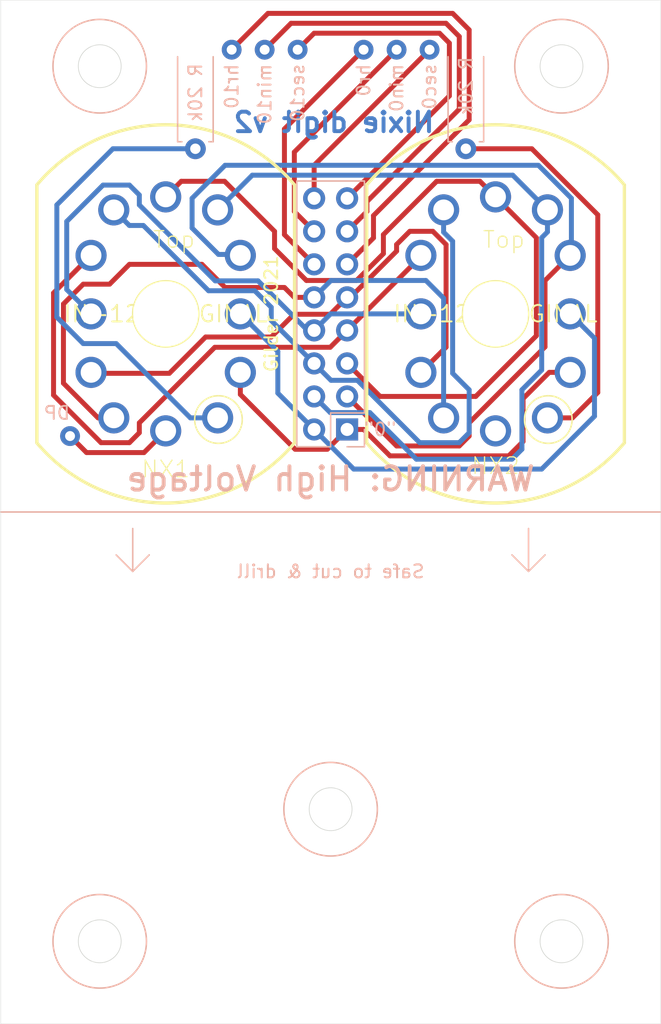
<source format=kicad_pcb>
(kicad_pcb (version 20171130) (host pcbnew "(5.1.0)-1")

  (general
    (thickness 1.6)
    (drawings 27)
    (tracks 193)
    (zones 0)
    (modules 12)
    (nets 21)
  )

  (page A4)
  (layers
    (0 F.Cu signal)
    (31 B.Cu signal)
    (32 B.Adhes user)
    (33 F.Adhes user)
    (34 B.Paste user)
    (35 F.Paste user)
    (36 B.SilkS user)
    (37 F.SilkS user)
    (38 B.Mask user)
    (39 F.Mask user)
    (40 Dwgs.User user)
    (41 Cmts.User user)
    (42 Eco1.User user)
    (43 Eco2.User user)
    (44 Edge.Cuts user)
    (45 Margin user)
    (46 B.CrtYd user)
    (47 F.CrtYd user)
    (48 B.Fab user)
    (49 F.Fab user)
  )

  (setup
    (last_trace_width 0.25)
    (user_trace_width 0.381)
    (trace_clearance 0.2)
    (zone_clearance 0.508)
    (zone_45_only no)
    (trace_min 0.2)
    (via_size 0.8)
    (via_drill 0.4)
    (via_min_size 0.4)
    (via_min_drill 0.3)
    (uvia_size 0.3)
    (uvia_drill 0.1)
    (uvias_allowed no)
    (uvia_min_size 0.2)
    (uvia_min_drill 0.1)
    (edge_width 0.05)
    (segment_width 0.2)
    (pcb_text_width 0.3)
    (pcb_text_size 1.5 1.5)
    (mod_edge_width 0.12)
    (mod_text_size 1 1)
    (mod_text_width 0.15)
    (pad_size 1.524 1.524)
    (pad_drill 0.762)
    (pad_to_mask_clearance 0.051)
    (solder_mask_min_width 0.25)
    (aux_axis_origin 0 0)
    (visible_elements 7FFFFFFF)
    (pcbplotparams
      (layerselection 0x310f0_ffffffff)
      (usegerberextensions false)
      (usegerberattributes false)
      (usegerberadvancedattributes false)
      (creategerberjobfile false)
      (excludeedgelayer true)
      (linewidth 0.100000)
      (plotframeref false)
      (viasonmask false)
      (mode 1)
      (useauxorigin false)
      (hpglpennumber 1)
      (hpglpenspeed 20)
      (hpglpendiameter 15.000000)
      (psnegative false)
      (psa4output false)
      (plotreference true)
      (plotvalue true)
      (plotinvisibletext false)
      (padsonsilk false)
      (subtractmaskfromsilk false)
      (outputformat 1)
      (mirror false)
      (drillshape 0)
      (scaleselection 1)
      (outputdirectory ""))
  )

  (net 0 "")
  (net 1 digit6lsb)
  (net 2 digit5)
  (net 3 digit4)
  (net 4 digit3)
  (net 5 digit2)
  (net 6 digit1msb)
  (net 7 1)
  (net 8 2)
  (net 9 3)
  (net 10 4)
  (net 11 5)
  (net 12 6)
  (net 13 7)
  (net 14 8)
  (net 15 9)
  (net 16 0)
  (net 17 "Net-(NX1-PadLHDP)")
  (net 18 "Net-(NX1-PadA)")
  (net 19 "Net-(NX2-PadLHDP)")
  (net 20 "Net-(NX2-PadA)")

  (net_class Default "This is the default net class."
    (clearance 0.2)
    (trace_width 0.25)
    (via_dia 0.8)
    (via_drill 0.4)
    (uvia_dia 0.3)
    (uvia_drill 0.1)
    (add_net 0)
    (add_net 1)
    (add_net 2)
    (add_net 3)
    (add_net 4)
    (add_net 5)
    (add_net 6)
    (add_net 7)
    (add_net 8)
    (add_net 9)
    (add_net "Net-(NX1-PadA)")
    (add_net "Net-(NX1-PadLHDP)")
    (add_net "Net-(NX2-PadA)")
    (add_net "Net-(NX2-PadLHDP)")
    (add_net digit1msb)
    (add_net digit2)
    (add_net digit3)
    (add_net digit4)
    (add_net digit5)
    (add_net digit6lsb)
  )

  (module Connector_PinHeader_2.54mm:PinHeader_2x08_P2.54mm_Vertical (layer B.Cu) (tedit 615FE8CE) (tstamp 615FE845)
    (at 100.33 118.11)
    (descr "Through hole straight pin header, 2x08, 2.54mm pitch, double rows")
    (tags "Through hole pin header THT 2x08 2.54mm double row")
    (path /6166124A)
    (fp_text reference "\"0\"" (at 5.08 0 -180) (layer B.SilkS)
      (effects (font (size 1 1) (thickness 0.15)) (justify mirror))
    )
    (fp_text value HEADER_16 (at 1.27 -20.11) (layer B.Fab)
      (effects (font (size 1 1) (thickness 0.15)) (justify mirror))
    )
    (fp_line (start 0 1.27) (end 3.81 1.27) (layer B.Fab) (width 0.1))
    (fp_line (start 3.81 1.27) (end 3.81 -19.05) (layer B.Fab) (width 0.1))
    (fp_line (start 3.81 -19.05) (end -1.27 -19.05) (layer B.Fab) (width 0.1))
    (fp_line (start -1.27 -19.05) (end -1.27 0) (layer B.Fab) (width 0.1))
    (fp_line (start -1.27 0) (end 0 1.27) (layer B.Fab) (width 0.1))
    (fp_line (start -1.33 -19.11) (end 3.87 -19.11) (layer B.SilkS) (width 0.12))
    (fp_line (start 3.8735 -1.27) (end 3.8735 -19.11) (layer B.SilkS) (width 0.12))
    (fp_line (start -1.3335 1.3335) (end -1.3335 -19.1065) (layer B.SilkS) (width 0.12))
    (fp_line (start -1.33 1.3335) (end 1.27 1.3335) (layer B.SilkS) (width 0.12))
    (fp_line (start 1.27 -1.27) (end 1.27 1.33) (layer B.SilkS) (width 0.12))
    (fp_line (start 1.27 -1.27) (end 3.87 -1.27) (layer B.SilkS) (width 0.12))
    (fp_line (start 3.8735 0) (end 3.8735 1.33) (layer B.SilkS) (width 0.12))
    (fp_line (start 2.54 1.3335) (end 3.87 1.3335) (layer B.SilkS) (width 0.12))
    (fp_line (start -1.8 1.8) (end -1.8 -19.55) (layer B.CrtYd) (width 0.05))
    (fp_line (start -1.8 -19.55) (end 4.35 -19.55) (layer B.CrtYd) (width 0.05))
    (fp_line (start 4.35 -19.55) (end 4.35 1.8) (layer B.CrtYd) (width 0.05))
    (fp_line (start 4.35 1.8) (end -1.8 1.8) (layer B.CrtYd) (width 0.05))
    (fp_text user %R (at 1.27 -8.89 -90) (layer B.Fab)
      (effects (font (size 1 1) (thickness 0.15)) (justify mirror))
    )
    (pad 3 thru_hole oval (at 0 -2.54) (size 1.7 1.7) (drill 1) (layers *.Cu *.Mask)
      (net 13 7))
    (pad 4 thru_hole oval (at 2.54 -2.54) (size 1.7 1.7) (drill 1) (layers *.Cu *.Mask)
      (net 14 8))
    (pad 5 thru_hole oval (at 0 -5.08) (size 1.7 1.7) (drill 1) (layers *.Cu *.Mask)
      (net 11 5))
    (pad 6 thru_hole oval (at 2.54 -5.08) (size 1.7 1.7) (drill 1) (layers *.Cu *.Mask)
      (net 12 6))
    (pad 7 thru_hole oval (at 0 -7.62) (size 1.7 1.7) (drill 1) (layers *.Cu *.Mask)
      (net 9 3))
    (pad 8 thru_hole oval (at 2.54 -7.62) (size 1.7 1.7) (drill 1) (layers *.Cu *.Mask)
      (net 10 4))
    (pad 9 thru_hole oval (at 0 -10.16) (size 1.7 1.7) (drill 1) (layers *.Cu *.Mask)
      (net 7 1))
    (pad 10 thru_hole oval (at 2.54 -10.16) (size 1.7 1.7) (drill 1) (layers *.Cu *.Mask)
      (net 8 2))
    (pad 11 thru_hole oval (at 0 -12.7) (size 1.7 1.7) (drill 1) (layers *.Cu *.Mask)
      (net 5 digit2))
    (pad 12 thru_hole oval (at 2.54 -12.7) (size 1.7 1.7) (drill 1) (layers *.Cu *.Mask)
      (net 6 digit1msb))
    (pad 13 thru_hole oval (at 0 -15.24) (size 1.7 1.7) (drill 1) (layers *.Cu *.Mask)
      (net 3 digit4))
    (pad 14 thru_hole oval (at 2.54 -15.24) (size 1.7 1.7) (drill 1) (layers *.Cu *.Mask)
      (net 4 digit3))
    (pad 15 thru_hole oval (at 0 -17.78) (size 1.7 1.7) (drill 1) (layers *.Cu *.Mask)
      (net 1 digit6lsb))
    (pad 16 thru_hole oval (at 2.54 -17.78) (size 1.7 1.7) (drill 1) (layers *.Cu *.Mask)
      (net 2 digit5))
    (pad 2 thru_hole rect (at 2.54 0) (size 1.7 1.7) (drill 1) (layers *.Cu *.Mask)
      (net 16 0))
    (pad 1 thru_hole oval (at 0 0) (size 1.7 1.7) (drill 1) (layers *.Cu *.Mask)
      (net 15 9))
    (model ${KISYS3DMOD}/Connector_PinHeader_2.54mm.3dshapes/PinHeader_2x08_P2.54mm_Vertical.wrl
      (at (xyz 0 0 0))
      (scale (xyz 1 1 1))
      (rotate (xyz 0 0 0))
    )
  )

  (module nixies-us:nixies-us-IN-12-DSUB (layer F.Cu) (tedit 200000) (tstamp 615FDB76)
    (at 114.3 109.22)
    (descr "FOR USE WITH FEMALE D-SUB PINS")
    (tags "FOR USE WITH FEMALE D-SUB PINS")
    (path /610F3D1A)
    (attr virtual)
    (fp_text reference NX2 (at 0 11.684 180) (layer F.SilkS)
      (effects (font (size 1.27 1.27) (thickness 0.1016)))
    )
    (fp_text value IN-12BORIGINAL (at 0 0) (layer F.SilkS)
      (effects (font (size 1.27 1.27) (thickness 0.15)))
    )
    (fp_line (start 9.92124 -9.92124) (end 9.92124 9.92124) (layer F.SilkS) (width 0.254))
    (fp_line (start -9.92124 9.92124) (end -9.92124 -9.92124) (layer F.SilkS) (width 0.254))
    (fp_circle (center 0 0) (end 0 -2.54) (layer F.SilkS) (width 0.127))
    (fp_arc (start 0 1.59512) (end 9.92124 9.92124) (angle 100) (layer F.SilkS) (width 0.254))
    (fp_arc (start 0 -1.59512) (end -9.92124 -9.92124) (angle 100) (layer F.SilkS) (width 0.254))
    (fp_text user " " (at 0.635 5.715) (layer F.SilkS)
      (effects (font (size 1.27 1.27) (thickness 0.1016)))
    )
    (fp_text user Top (at 0.635 -5.715) (layer F.SilkS)
      (effects (font (size 1.27 1.27) (thickness 0.1016)))
    )
    (pad 0 thru_hole circle (at 5.74802 4.49834) (size 2.39776 2.39776) (drill 1.59766) (layers *.Cu *.Mask)
      (net 16 0))
    (pad 1 thru_hole circle (at -3.99796 7.99846) (size 2.39776 2.39776) (drill 1.59766) (layers *.Cu *.Mask)
      (net 7 1))
    (pad 2 thru_hole circle (at -5.74802 4.49834) (size 2.39776 2.39776) (drill 1.59766) (layers *.Cu *.Mask)
      (net 8 2))
    (pad 3 thru_hole circle (at -5.74802 0) (size 2.39776 2.39776) (drill 1.59766) (layers *.Cu *.Mask)
      (net 9 3))
    (pad 4 thru_hole circle (at -5.74802 -4.49834) (size 2.39776 2.39776) (drill 1.59766) (layers *.Cu *.Mask)
      (net 10 4))
    (pad 5 thru_hole circle (at -3.99796 -7.99846) (size 2.39776 2.39776) (drill 1.59766) (layers *.Cu *.Mask)
      (net 11 5))
    (pad 6 thru_hole circle (at 0 -8.99922) (size 2.39776 2.39776) (drill 1.59766) (layers *.Cu *.Mask)
      (net 12 6))
    (pad 7 thru_hole circle (at 3.99796 -7.99846) (size 2.39776 2.39776) (drill 1.59766) (layers *.Cu *.Mask)
      (net 13 7))
    (pad 8 thru_hole circle (at 5.74802 -4.49834) (size 2.39776 2.39776) (drill 1.59766) (layers *.Cu *.Mask)
      (net 14 8))
    (pad 9 thru_hole circle (at 5.74802 0) (size 2.39776 2.39776) (drill 1.59766) (layers *.Cu *.Mask)
      (net 15 9))
    (pad A thru_hole circle (at 3.99796 7.99846) (size 2.39776 2.39776) (drill 1.59766) (layers *.Cu *.Mask)
      (net 20 "Net-(NX2-PadA)"))
    (pad LHDP thru_hole circle (at 0 8.99922) (size 2.39776 2.39776) (drill 1.59766) (layers *.Cu *.Mask)
      (net 19 "Net-(NX2-PadLHDP)"))
    (pad "" np_thru_hole circle (at 0 0) (size 4.99872 4.99872) (drill 4.99872) (layers *.Cu *.Mask))
  )

  (module nixies-us:nixies-us-IN-12-DSUB (layer F.Cu) (tedit 200000) (tstamp 6110E3EA)
    (at 88.9 109.22)
    (descr "FOR USE WITH FEMALE D-SUB PINS")
    (tags "FOR USE WITH FEMALE D-SUB PINS")
    (path /610F3540)
    (attr virtual)
    (fp_text reference NX1 (at 0 11.938 180) (layer F.SilkS)
      (effects (font (size 1.27 1.27) (thickness 0.1016)))
    )
    (fp_text value IN-12BORIGINAL (at 0 0) (layer F.SilkS)
      (effects (font (size 1.27 1.27) (thickness 0.15)))
    )
    (fp_line (start 9.92124 -9.92124) (end 9.92124 9.92124) (layer F.SilkS) (width 0.254))
    (fp_line (start -9.92124 9.92124) (end -9.92124 -9.92124) (layer F.SilkS) (width 0.254))
    (fp_circle (center 0 0) (end 0 -2.54) (layer F.SilkS) (width 0.127))
    (fp_arc (start 0 1.59512) (end 9.92124 9.92124) (angle 100) (layer F.SilkS) (width 0.254))
    (fp_arc (start 0 -1.59512) (end -9.92124 -9.92124) (angle 100) (layer F.SilkS) (width 0.254))
    (fp_text user " " (at 0.635 5.715) (layer F.SilkS)
      (effects (font (size 1.27 1.27) (thickness 0.1016)))
    )
    (fp_text user Top (at 0.635 -5.715) (layer F.SilkS)
      (effects (font (size 1.27 1.27) (thickness 0.1016)))
    )
    (pad 0 thru_hole circle (at 5.74802 4.49834) (size 2.39776 2.39776) (drill 1.59766) (layers *.Cu *.Mask)
      (net 16 0))
    (pad 1 thru_hole circle (at -3.99796 7.99846) (size 2.39776 2.39776) (drill 1.59766) (layers *.Cu *.Mask)
      (net 7 1))
    (pad 2 thru_hole circle (at -5.74802 4.49834) (size 2.39776 2.39776) (drill 1.59766) (layers *.Cu *.Mask)
      (net 8 2))
    (pad 3 thru_hole circle (at -5.74802 0) (size 2.39776 2.39776) (drill 1.59766) (layers *.Cu *.Mask)
      (net 9 3))
    (pad 4 thru_hole circle (at -5.74802 -4.49834) (size 2.39776 2.39776) (drill 1.59766) (layers *.Cu *.Mask)
      (net 10 4))
    (pad 5 thru_hole circle (at -3.99796 -7.99846) (size 2.39776 2.39776) (drill 1.59766) (layers *.Cu *.Mask)
      (net 11 5))
    (pad 6 thru_hole circle (at 0 -8.99922) (size 2.39776 2.39776) (drill 1.59766) (layers *.Cu *.Mask)
      (net 12 6))
    (pad 7 thru_hole circle (at 3.99796 -7.99846) (size 2.39776 2.39776) (drill 1.59766) (layers *.Cu *.Mask)
      (net 13 7))
    (pad 8 thru_hole circle (at 5.74802 -4.49834) (size 2.39776 2.39776) (drill 1.59766) (layers *.Cu *.Mask)
      (net 14 8))
    (pad 9 thru_hole circle (at 5.74802 0) (size 2.39776 2.39776) (drill 1.59766) (layers *.Cu *.Mask)
      (net 15 9))
    (pad A thru_hole circle (at 3.99796 7.99846) (size 2.39776 2.39776) (drill 1.59766) (layers *.Cu *.Mask)
      (net 18 "Net-(NX1-PadA)"))
    (pad LHDP thru_hole circle (at 0 8.99922) (size 2.39776 2.39776) (drill 1.59766) (layers *.Cu *.Mask)
      (net 17 "Net-(NX1-PadLHDP)"))
    (pad "" np_thru_hole circle (at 0 0) (size 4.99872 4.99872) (drill 4.99872) (layers *.Cu *.Mask))
  )

  (module customPartsLibrary:Single_pad-1x1 (layer F.Cu) (tedit 5C9FEC1A) (tstamp 61110959)
    (at 81.534 118.618)
    (path /61696992)
    (fp_text reference DP (at -1.016 -1.778) (layer B.SilkS)
      (effects (font (size 1 1) (thickness 0.15)) (justify mirror))
    )
    (fp_text value HEADER_1 (at 0 2.286) (layer F.Fab)
      (effects (font (size 1 1) (thickness 0.15)))
    )
    (pad 1 thru_hole circle (at 0 0) (size 1.524 1.524) (drill 0.762) (layers *.Cu *.Mask)
      (net 17 "Net-(NX1-PadLHDP)"))
  )

  (module Resistor_THT:R_Axial_DIN0207_L6.3mm_D2.5mm_P7.62mm_Horizontal (layer B.Cu) (tedit 610F73CA) (tstamp 615FD223)
    (at 112.014 88.9 270)
    (descr "Resistor, Axial_DIN0207 series, Axial, Horizontal, pin pitch=7.62mm, 0.25W = 1/4W, length*diameter=6.3*2.5mm^2, http://cdn-reichelt.de/documents/datenblatt/B400/1_4W%23YAG.pdf")
    (tags "Resistor Axial_DIN0207 series Axial Horizontal pin pitch 7.62mm 0.25W = 1/4W length 6.3mm diameter 2.5mm")
    (path /61113E51)
    (fp_text reference "R 20k" (at 2.794 0 90) (layer B.SilkS)
      (effects (font (size 1 1) (thickness 0.15)) (justify mirror))
    )
    (fp_text value 20k (at 3.81 -2.37 270) (layer B.Fab)
      (effects (font (size 1 1) (thickness 0.15)) (justify mirror))
    )
    (fp_line (start 0.66 1.25) (end 0.66 -1.25) (layer B.Fab) (width 0.1))
    (fp_line (start 0.66 -1.25) (end 6.96 -1.25) (layer B.Fab) (width 0.1))
    (fp_line (start 6.96 -1.25) (end 6.96 1.25) (layer B.Fab) (width 0.1))
    (fp_line (start 6.96 1.25) (end 0.66 1.25) (layer B.Fab) (width 0.1))
    (fp_line (start 7.62 0) (end 6.96 0) (layer B.Fab) (width 0.1))
    (fp_line (start 0.54 1.37) (end 7.08 1.37) (layer B.SilkS) (width 0.12))
    (fp_line (start 7.08 1.37) (end 7.08 1.04) (layer B.SilkS) (width 0.12))
    (fp_line (start 0.54 -1.37) (end 7.08 -1.37) (layer B.SilkS) (width 0.12))
    (fp_line (start 7.08 -1.37) (end 7.08 -1.04) (layer B.SilkS) (width 0.12))
    (fp_line (start -1.05 1.5) (end -1.05 -1.5) (layer B.CrtYd) (width 0.05))
    (fp_line (start -1.05 -1.5) (end 8.67 -1.5) (layer B.CrtYd) (width 0.05))
    (fp_line (start 8.67 -1.5) (end 8.67 1.5) (layer B.CrtYd) (width 0.05))
    (fp_line (start 8.67 1.5) (end -1.05 1.5) (layer B.CrtYd) (width 0.05))
    (fp_text user %R (at 3.81 0 270) (layer B.Fab)
      (effects (font (size 1 1) (thickness 0.15)) (justify mirror))
    )
    (pad 2 thru_hole oval (at 7.62 0 270) (size 1.6 1.6) (drill 0.8) (layers *.Cu *.Mask)
      (net 20 "Net-(NX2-PadA)"))
    (model ${KISYS3DMOD}/Resistor_THT.3dshapes/R_Axial_DIN0207_L6.3mm_D2.5mm_P7.62mm_Horizontal.wrl
      (at (xyz 0 0 0))
      (scale (xyz 1 1 1))
      (rotate (xyz 0 0 0))
    )
  )

  (module Resistor_THT:R_Axial_DIN0207_L6.3mm_D2.5mm_P7.62mm_Horizontal (layer B.Cu) (tedit 610F73B8) (tstamp 615FD1ED)
    (at 91.186 88.9 270)
    (descr "Resistor, Axial_DIN0207 series, Axial, Horizontal, pin pitch=7.62mm, 0.25W = 1/4W, length*diameter=6.3*2.5mm^2, http://cdn-reichelt.de/documents/datenblatt/B400/1_4W%23YAG.pdf")
    (tags "Resistor Axial_DIN0207 series Axial Horizontal pin pitch 7.62mm 0.25W = 1/4W length 6.3mm diameter 2.5mm")
    (path /610F2AD5)
    (fp_text reference "R 20k" (at 3.302 0 270) (layer B.SilkS)
      (effects (font (size 1 1) (thickness 0.15)) (justify mirror))
    )
    (fp_text value 20k (at 3.81 -2.37 270) (layer B.Fab)
      (effects (font (size 1 1) (thickness 0.15)) (justify mirror))
    )
    (fp_line (start 0.66 1.25) (end 0.66 -1.25) (layer B.Fab) (width 0.1))
    (fp_line (start 0.66 -1.25) (end 6.96 -1.25) (layer B.Fab) (width 0.1))
    (fp_line (start 6.96 -1.25) (end 6.96 1.25) (layer B.Fab) (width 0.1))
    (fp_line (start 6.96 1.25) (end 0.66 1.25) (layer B.Fab) (width 0.1))
    (fp_line (start 7.62 0) (end 6.96 0) (layer B.Fab) (width 0.1))
    (fp_line (start 0.54 1.37) (end 7.08 1.37) (layer B.SilkS) (width 0.12))
    (fp_line (start 7.08 1.37) (end 7.08 1.04) (layer B.SilkS) (width 0.12))
    (fp_line (start 0.54 -1.37) (end 7.08 -1.37) (layer B.SilkS) (width 0.12))
    (fp_line (start 7.08 -1.37) (end 7.08 -1.04) (layer B.SilkS) (width 0.12))
    (fp_line (start -1.05 1.5) (end -1.05 -1.5) (layer B.CrtYd) (width 0.05))
    (fp_line (start -1.05 -1.5) (end 8.67 -1.5) (layer B.CrtYd) (width 0.05))
    (fp_line (start 8.67 -1.5) (end 8.67 1.5) (layer B.CrtYd) (width 0.05))
    (fp_line (start 8.67 1.5) (end -1.05 1.5) (layer B.CrtYd) (width 0.05))
    (fp_text user %R (at 3.81 0 270) (layer B.Fab)
      (effects (font (size 1 1) (thickness 0.15)) (justify mirror))
    )
    (pad 2 thru_hole oval (at 7.62 0 270) (size 1.6 1.6) (drill 0.8) (layers *.Cu *.Mask)
      (net 18 "Net-(NX1-PadA)"))
    (model ${KISYS3DMOD}/Resistor_THT.3dshapes/R_Axial_DIN0207_L6.3mm_D2.5mm_P7.62mm_Horizontal.wrl
      (at (xyz 0 0 0))
      (scale (xyz 1 1 1))
      (rotate (xyz 0 0 0))
    )
  )

  (module customPartsLibrary:Single_pad-1x1 (layer B.Cu) (tedit 5C9FEC1A) (tstamp 615FD1AF)
    (at 109.22 88.9)
    (path /61667A88)
    (fp_text reference sec0 (at 0 1.016 90) (layer B.SilkS)
      (effects (font (size 1 1) (thickness 0.15)) (justify left mirror))
    )
    (fp_text value HEADER_1 (at 0 -2.286) (layer B.Fab)
      (effects (font (size 1 1) (thickness 0.15)) (justify mirror))
    )
    (pad 1 thru_hole circle (at 0 0) (size 1.524 1.524) (drill 0.762) (layers *.Cu *.Mask)
      (net 1 digit6lsb))
  )

  (module customPartsLibrary:Single_pad-1x1 (layer B.Cu) (tedit 5C9FEC1A) (tstamp 615FD257)
    (at 99.06 88.9)
    (path /61667A7E)
    (fp_text reference sec10 (at 0 1.016 90) (layer B.SilkS)
      (effects (font (size 1 1) (thickness 0.15)) (justify left mirror))
    )
    (fp_text value HEADER_1 (at 0 -2.286) (layer B.Fab)
      (effects (font (size 1 1) (thickness 0.15)) (justify mirror))
    )
    (pad 1 thru_hole circle (at 0 0) (size 1.524 1.524) (drill 0.762) (layers *.Cu *.Mask)
      (net 2 digit5))
  )

  (module customPartsLibrary:Single_pad-1x1 (layer B.Cu) (tedit 5C9FEC1A) (tstamp 615FD1BB)
    (at 106.68 88.9)
    (path /61666A78)
    (fp_text reference min0 (at 0 1.016 90) (layer B.SilkS)
      (effects (font (size 1 1) (thickness 0.15)) (justify left mirror))
    )
    (fp_text value HEADER_1 (at 0 -2.286) (layer B.Fab)
      (effects (font (size 1 1) (thickness 0.15)) (justify mirror))
    )
    (pad 1 thru_hole circle (at 0 0) (size 1.524 1.524) (drill 0.762) (layers *.Cu *.Mask)
      (net 3 digit4))
  )

  (module customPartsLibrary:Single_pad-1x1 (layer B.Cu) (tedit 5C9FEC1A) (tstamp 615FD1C7)
    (at 96.52 88.9)
    (path /616638CE)
    (fp_text reference min10 (at 0 1.016 90) (layer B.SilkS)
      (effects (font (size 1 1) (thickness 0.15)) (justify left mirror))
    )
    (fp_text value HEADER_1 (at 0 -2.286) (layer B.Fab)
      (effects (font (size 1 1) (thickness 0.15)) (justify mirror))
    )
    (pad 1 thru_hole circle (at 0 0) (size 1.524 1.524) (drill 0.762) (layers *.Cu *.Mask)
      (net 4 digit3))
  )

  (module customPartsLibrary:Single_pad-1x1 (layer B.Cu) (tedit 5C9FEC1A) (tstamp 615FD24B)
    (at 104.14 88.9)
    (path /6166A211)
    (fp_text reference hr0 (at 0 1.016 90) (layer B.SilkS)
      (effects (font (size 1 1) (thickness 0.15)) (justify left mirror))
    )
    (fp_text value HEADER_1 (at 0 -2.286) (layer B.Fab)
      (effects (font (size 1 1) (thickness 0.15)) (justify mirror))
    )
    (pad 1 thru_hole circle (at 0 0) (size 1.524 1.524) (drill 0.762) (layers *.Cu *.Mask)
      (net 5 digit2))
  )

  (module customPartsLibrary:Single_pad-1x1 (layer F.Cu) (tedit 5C9FEC1A) (tstamp 615FD1D3)
    (at 93.98 88.9)
    (path /6166A207)
    (fp_text reference hr10 (at 0 1.016 90) (layer B.SilkS)
      (effects (font (size 1 1) (thickness 0.15)) (justify left mirror))
    )
    (fp_text value HEADER_1 (at 0 2.286) (layer F.Fab)
      (effects (font (size 1 1) (thickness 0.15)))
    )
    (pad 1 thru_hole circle (at 0 0) (size 1.524 1.524) (drill 0.762) (layers *.Cu *.Mask)
      (net 6 digit1msb))
  )

  (gr_circle (center 119.38 90.17) (end 121.03 90.17) (layer Edge.Cuts) (width 0.05) (tstamp 61601434))
  (gr_circle (center 83.82 90.17) (end 87.42 90.17) (layer B.SilkS) (width 0.12) (tstamp 61601433))
  (gr_circle (center 83.82 90.17) (end 85.47 90.17) (layer Edge.Cuts) (width 0.05) (tstamp 61601432))
  (gr_circle (center 119.38 90.17) (end 122.98 90.17) (layer B.SilkS) (width 0.12) (tstamp 61601431))
  (gr_line (start 127 124.46) (end 76.2 124.46) (layer B.SilkS) (width 0.12))
  (gr_line (start 86.36 125.73) (end 86.36 129.032) (layer B.SilkS) (width 0.12) (tstamp 611106B5))
  (gr_line (start 116.84 125.73) (end 116.84 129.032) (layer B.SilkS) (width 0.12))
  (gr_line (start 86.36 129.032) (end 85.09 127.762) (layer B.SilkS) (width 0.12) (tstamp 611106B7))
  (gr_line (start 87.63 127.762) (end 86.36 129.032) (layer B.SilkS) (width 0.12) (tstamp 611106B6))
  (gr_line (start 118.11 127.762) (end 116.84 129.032) (layer B.SilkS) (width 0.12) (tstamp 611106B4))
  (gr_line (start 116.84 129.032) (end 115.57 127.762) (layer B.SilkS) (width 0.12))
  (gr_text "Nixie digit v2" (at 101.854 94.488) (layer B.Cu)
    (effects (font (size 1.5 1.5) (thickness 0.3)) (justify mirror))
  )
  (gr_text "Safe to cut & drill" (at 101.6 129.032) (layer B.SilkS)
    (effects (font (size 1 1) (thickness 0.15)) (justify mirror))
  )
  (gr_circle (center 101.6 147.32) (end 103.25 147.32) (layer Edge.Cuts) (width 0.05) (tstamp 61110720))
  (gr_circle (center 101.6 147.32) (end 105.2 147.32) (layer B.SilkS) (width 0.12) (tstamp 6111071F))
  (gr_circle (center 83.82 157.48) (end 85.47 157.48) (layer Edge.Cuts) (width 0.05) (tstamp 61110720))
  (gr_circle (center 83.82 157.48) (end 87.42 157.48) (layer B.SilkS) (width 0.12) (tstamp 6111071F))
  (gr_circle (center 119.38 157.48) (end 121.03 157.48) (layer Edge.Cuts) (width 0.05) (tstamp 61110720))
  (gr_circle (center 119.38 157.48) (end 122.98 157.48) (layer B.SilkS) (width 0.12) (tstamp 6111071F))
  (gr_text "Gilder 2021" (at 97.028 109.22 90) (layer F.SilkS)
    (effects (font (size 1 1) (thickness 0.15)))
  )
  (gr_text "WARNING: High Voltage" (at 101.6 121.92) (layer B.SilkS)
    (effects (font (size 1.8 1.8) (thickness 0.3)) (justify mirror))
  )
  (gr_circle (center 92.964 117.348) (end 93.98 118.872) (layer F.SilkS) (width 0.12))
  (gr_circle (center 118.364 117.348) (end 119.38 118.872) (layer F.SilkS) (width 0.12))
  (gr_line (start 127 85.09) (end 127 163.83) (layer Edge.Cuts) (width 0.0254) (tstamp 6110EAE1))
  (gr_line (start 76.2 85.09) (end 127 85.09) (layer Edge.Cuts) (width 0.0254))
  (gr_line (start 76.2 163.83) (end 76.2 85.09) (layer Edge.Cuts) (width 0.0254))
  (gr_line (start 76.2 163.83) (end 127 163.83) (layer Edge.Cuts) (width 0.0254) (tstamp 6111068D))

  (segment (start 100.33 97.79) (end 109.22 88.9) (width 0.381) (layer F.Cu) (net 1))
  (segment (start 100.33 100.33) (end 100.33 97.79) (width 0.381) (layer F.Cu) (net 1))
  (segment (start 99.821999 88.138001) (end 99.06 88.9) (width 0.381) (layer F.Cu) (net 2))
  (segment (start 100.33 87.63) (end 99.821999 88.138001) (width 0.381) (layer F.Cu) (net 2))
  (segment (start 109.982 87.63) (end 100.33 87.63) (width 0.381) (layer F.Cu) (net 2))
  (segment (start 110.744 88.392) (end 109.982 87.63) (width 0.381) (layer F.Cu) (net 2))
  (segment (start 102.87 100.33) (end 110.744 92.456) (width 0.381) (layer F.Cu) (net 2))
  (segment (start 110.744 92.456) (end 110.744 88.392) (width 0.381) (layer F.Cu) (net 2))
  (segment (start 105.918001 89.661999) (end 106.68 88.9) (width 0.381) (layer F.Cu) (net 3))
  (segment (start 98.806 96.774) (end 105.918001 89.661999) (width 0.381) (layer F.Cu) (net 3))
  (segment (start 100.33 102.87) (end 98.806 101.346) (width 0.381) (layer F.Cu) (net 3))
  (segment (start 98.806 101.346) (end 98.806 96.774) (width 0.381) (layer F.Cu) (net 3))
  (segment (start 96.52 88.9) (end 96.52 88.392) (width 0.381) (layer F.Cu) (net 4) (tstamp 615FD260))
  (segment (start 104.394 101.346) (end 102.87 102.87) (width 0.381) (layer F.Cu) (net 4))
  (segment (start 98.552 86.868) (end 110.49 86.868) (width 0.381) (layer F.Cu) (net 4))
  (segment (start 96.52 88.9) (end 98.552 86.868) (width 0.381) (layer F.Cu) (net 4))
  (segment (start 110.49 86.868) (end 111.506 87.884) (width 0.381) (layer F.Cu) (net 4))
  (segment (start 111.506 87.884) (end 111.506 93.472) (width 0.381) (layer F.Cu) (net 4))
  (segment (start 111.506 93.472) (end 104.394 100.584) (width 0.381) (layer F.Cu) (net 4))
  (segment (start 104.394 100.584) (end 104.394 101.346) (width 0.381) (layer F.Cu) (net 4))
  (segment (start 103.378001 89.661999) (end 104.14 88.9) (width 0.381) (layer F.Cu) (net 5))
  (segment (start 98.044 94.996) (end 103.378001 89.661999) (width 0.381) (layer F.Cu) (net 5))
  (segment (start 100.33 105.41) (end 98.044 103.124) (width 0.381) (layer F.Cu) (net 5))
  (segment (start 98.044 103.124) (end 98.044 94.996) (width 0.381) (layer F.Cu) (net 5))
  (segment (start 94.741999 88.138001) (end 93.98 88.9) (width 0.381) (layer F.Cu) (net 6))
  (segment (start 96.774 86.106) (end 94.741999 88.138001) (width 0.381) (layer F.Cu) (net 6))
  (segment (start 104.902 103.378) (end 104.902 101.659673) (width 0.381) (layer F.Cu) (net 6))
  (segment (start 102.87 105.41) (end 104.902 103.378) (width 0.381) (layer F.Cu) (net 6))
  (segment (start 104.902 101.659673) (end 112.268 94.293673) (width 0.381) (layer F.Cu) (net 6))
  (segment (start 112.268 94.293673) (end 112.268 87.376) (width 0.381) (layer F.Cu) (net 6))
  (segment (start 112.268 87.376) (end 110.998 86.106) (width 0.381) (layer F.Cu) (net 6))
  (segment (start 110.998 86.106) (end 96.774 86.106) (width 0.381) (layer F.Cu) (net 6))
  (segment (start 84.582 106.934) (end 82.55 106.934) (width 0.381) (layer F.Cu) (net 7))
  (segment (start 81.026 108.458) (end 81.026 114.554) (width 0.381) (layer F.Cu) (net 7))
  (segment (start 81.026 114.554) (end 83.69046 117.21846) (width 0.381) (layer F.Cu) (net 7))
  (segment (start 91.694 105.41) (end 86.106 105.41) (width 0.381) (layer F.Cu) (net 7))
  (segment (start 100.33 107.95) (end 98.806 107.95) (width 0.381) (layer F.Cu) (net 7))
  (segment (start 83.69046 117.21846) (end 84.90204 117.21846) (width 0.381) (layer F.Cu) (net 7))
  (segment (start 93.472 107.188) (end 91.694 105.41) (width 0.381) (layer F.Cu) (net 7))
  (segment (start 82.55 106.934) (end 81.026 108.458) (width 0.381) (layer F.Cu) (net 7))
  (segment (start 98.044 107.188) (end 93.472 107.188) (width 0.381) (layer F.Cu) (net 7))
  (segment (start 86.106 105.41) (end 84.582 106.934) (width 0.381) (layer F.Cu) (net 7))
  (segment (start 98.806 107.95) (end 98.044 107.188) (width 0.381) (layer F.Cu) (net 7))
  (segment (start 110.30204 108.01604) (end 110.30204 115.522988) (width 0.381) (layer B.Cu) (net 7))
  (segment (start 101.629499 106.650501) (end 108.936501 106.650501) (width 0.381) (layer B.Cu) (net 7))
  (segment (start 100.33 107.95) (end 101.629499 106.650501) (width 0.381) (layer B.Cu) (net 7))
  (segment (start 108.936501 106.650501) (end 110.30204 108.01604) (width 0.381) (layer B.Cu) (net 7))
  (segment (start 110.30204 115.522988) (end 110.30204 117.21846) (width 0.381) (layer B.Cu) (net 7))
  (segment (start 110.30204 117.21846) (end 110.36554 117.21846) (width 0.381) (layer B.Cu) (net 7))
  (segment (start 100.33 107.95) (end 100.584 107.95) (width 0.381) (layer B.Cu) (net 7))
  (segment (start 101.570501 109.249499) (end 98.776501 109.249499) (width 0.381) (layer F.Cu) (net 8))
  (segment (start 97.028 110.998) (end 91.974244 110.998) (width 0.381) (layer F.Cu) (net 8))
  (segment (start 89.180244 113.792) (end 83.22564 113.792) (width 0.381) (layer F.Cu) (net 8))
  (segment (start 102.87 107.95) (end 101.570501 109.249499) (width 0.381) (layer F.Cu) (net 8))
  (segment (start 83.22564 113.792) (end 83.15198 113.71834) (width 0.381) (layer F.Cu) (net 8))
  (segment (start 91.974244 110.998) (end 89.180244 113.792) (width 0.381) (layer F.Cu) (net 8))
  (segment (start 98.776501 109.249499) (end 97.028 110.998) (width 0.381) (layer F.Cu) (net 8))
  (segment (start 102.87 107.95) (end 103.124 107.95) (width 0.381) (layer F.Cu) (net 8))
  (segment (start 106.68 104.394) (end 106.68 103.886) (width 0.381) (layer F.Cu) (net 8))
  (segment (start 103.124 107.95) (end 106.68 104.394) (width 0.381) (layer F.Cu) (net 8))
  (segment (start 106.68 103.886) (end 107.696 102.87) (width 0.381) (layer F.Cu) (net 8))
  (segment (start 108.55198 113.71834) (end 108.53166 113.71834) (width 0.381) (layer F.Cu) (net 8))
  (segment (start 110.49 103.886) (end 110.49 111.78032) (width 0.381) (layer F.Cu) (net 8))
  (segment (start 107.696 102.87) (end 109.474 102.87) (width 0.381) (layer F.Cu) (net 8))
  (segment (start 109.474 102.87) (end 110.49 103.886) (width 0.381) (layer F.Cu) (net 8))
  (segment (start 109.750859 112.519461) (end 108.55198 113.71834) (width 0.381) (layer F.Cu) (net 8))
  (segment (start 110.49 111.78032) (end 109.750859 112.519461) (width 0.381) (layer F.Cu) (net 8))
  (segment (start 100.33 110.49) (end 101.6 109.22) (width 0.381) (layer B.Cu) (net 9))
  (segment (start 101.6 109.22) (end 108.55198 109.22) (width 0.381) (layer B.Cu) (net 9))
  (segment (start 86.106 99.314) (end 84.074 99.314) (width 0.381) (layer B.Cu) (net 9))
  (segment (start 81.953101 108.021121) (end 83.15198 109.22) (width 0.381) (layer B.Cu) (net 9))
  (segment (start 86.868 100.838) (end 86.868 100.076) (width 0.381) (layer B.Cu) (net 9))
  (segment (start 84.074 99.314) (end 81.28 102.108) (width 0.381) (layer B.Cu) (net 9))
  (segment (start 100.33 110.49) (end 99.822 110.49) (width 0.381) (layer B.Cu) (net 9))
  (segment (start 81.28 107.34802) (end 81.953101 108.021121) (width 0.381) (layer B.Cu) (net 9))
  (segment (start 92.71 106.68) (end 86.868 100.838) (width 0.381) (layer B.Cu) (net 9))
  (segment (start 81.28 102.108) (end 81.28 107.34802) (width 0.381) (layer B.Cu) (net 9))
  (segment (start 86.868 100.076) (end 86.106 99.314) (width 0.381) (layer B.Cu) (net 9))
  (segment (start 99.822 110.49) (end 96.012 106.68) (width 0.381) (layer B.Cu) (net 9))
  (segment (start 96.012 106.68) (end 92.71 106.68) (width 0.381) (layer B.Cu) (net 9))
  (segment (start 102.87 110.49) (end 101.570501 111.789499) (width 0.381) (layer F.Cu) (net 10))
  (segment (start 81.953101 105.920539) (end 83.15198 104.72166) (width 0.381) (layer F.Cu) (net 10))
  (segment (start 80.264 107.60964) (end 81.953101 105.920539) (width 0.381) (layer F.Cu) (net 10))
  (segment (start 101.570501 111.789499) (end 92.680501 111.789499) (width 0.381) (layer F.Cu) (net 10))
  (segment (start 80.264 115.471457) (end 80.264 107.60964) (width 0.381) (layer F.Cu) (net 10))
  (segment (start 86.106 119.126) (end 83.918543 119.126) (width 0.381) (layer F.Cu) (net 10))
  (segment (start 86.868 117.602) (end 86.868 118.364) (width 0.381) (layer F.Cu) (net 10))
  (segment (start 83.918543 119.126) (end 80.264 115.471457) (width 0.381) (layer F.Cu) (net 10))
  (segment (start 86.868 118.364) (end 86.106 119.126) (width 0.381) (layer F.Cu) (net 10))
  (segment (start 92.680501 111.789499) (end 86.868 117.602) (width 0.381) (layer F.Cu) (net 10))
  (segment (start 108.55198 104.80802) (end 108.55198 104.72166) (width 0.381) (layer F.Cu) (net 10))
  (segment (start 102.87 110.49) (end 108.55198 104.80802) (width 0.381) (layer F.Cu) (net 10))
  (segment (start 108.458 119.126) (end 111.506 119.126) (width 0.381) (layer B.Cu) (net 11))
  (segment (start 112.268 115.062) (end 110.998 113.792) (width 0.381) (layer B.Cu) (net 11))
  (segment (start 103.661499 114.329499) (end 108.458 119.126) (width 0.381) (layer B.Cu) (net 11))
  (segment (start 101.629499 114.329499) (end 103.661499 114.329499) (width 0.381) (layer B.Cu) (net 11))
  (segment (start 100.33 113.03) (end 101.629499 114.329499) (width 0.381) (layer B.Cu) (net 11))
  (segment (start 111.506 119.126) (end 112.268 118.364) (width 0.381) (layer B.Cu) (net 11))
  (segment (start 110.30204 102.93604) (end 110.30204 101.22154) (width 0.381) (layer B.Cu) (net 11))
  (segment (start 110.998 113.792) (end 110.998 103.632) (width 0.381) (layer B.Cu) (net 11))
  (segment (start 110.998 103.632) (end 110.30204 102.93604) (width 0.381) (layer B.Cu) (net 11))
  (segment (start 112.268 118.364) (end 112.268 115.062) (width 0.381) (layer B.Cu) (net 11))
  (segment (start 87.180419 102.420419) (end 86.100919 102.420419) (width 0.381) (layer B.Cu) (net 11))
  (segment (start 86.100919 102.420419) (end 84.90204 101.22154) (width 0.381) (layer B.Cu) (net 11))
  (segment (start 92.202 107.442) (end 87.180419 102.420419) (width 0.381) (layer B.Cu) (net 11))
  (segment (start 95.758 107.442) (end 92.202 107.442) (width 0.381) (layer B.Cu) (net 11))
  (segment (start 100.33 113.03) (end 97.028 109.728) (width 0.381) (layer B.Cu) (net 11))
  (segment (start 97.028 108.712) (end 95.758 107.442) (width 0.381) (layer B.Cu) (net 11))
  (segment (start 97.028 109.728) (end 97.028 108.712) (width 0.381) (layer B.Cu) (net 11))
  (segment (start 114.3 100.22078) (end 113.101121 99.021901) (width 0.381) (layer F.Cu) (net 12))
  (segment (start 90.098879 99.021901) (end 88.9 100.22078) (width 0.381) (layer F.Cu) (net 12))
  (segment (start 103.601827 106.650501) (end 99.734559 106.650501) (width 0.381) (layer F.Cu) (net 12))
  (segment (start 113.101121 99.021901) (end 109.766099 99.021901) (width 0.381) (layer F.Cu) (net 12))
  (segment (start 97.282 104.197942) (end 97.282 102.87) (width 0.381) (layer F.Cu) (net 12))
  (segment (start 105.664 104.588328) (end 103.601827 106.650501) (width 0.381) (layer F.Cu) (net 12))
  (segment (start 109.766099 99.021901) (end 105.664 103.124) (width 0.381) (layer F.Cu) (net 12))
  (segment (start 105.664 103.124) (end 105.664 104.588328) (width 0.381) (layer F.Cu) (net 12))
  (segment (start 93.433901 99.021901) (end 90.098879 99.021901) (width 0.381) (layer F.Cu) (net 12))
  (segment (start 97.282 102.87) (end 93.433901 99.021901) (width 0.381) (layer F.Cu) (net 12))
  (segment (start 99.734559 106.650501) (end 97.282 104.197942) (width 0.381) (layer F.Cu) (net 12))
  (segment (start 117.444085 103.364865) (end 115.498879 101.419659) (width 0.381) (layer F.Cu) (net 12))
  (segment (start 105.41 115.57) (end 112.776 115.57) (width 0.381) (layer F.Cu) (net 12))
  (segment (start 117.444085 110.901915) (end 117.444085 103.364865) (width 0.381) (layer F.Cu) (net 12))
  (segment (start 115.498879 101.419659) (end 114.3 100.22078) (width 0.381) (layer F.Cu) (net 12))
  (segment (start 102.87 113.03) (end 105.41 115.57) (width 0.381) (layer F.Cu) (net 12))
  (segment (start 112.776 115.57) (end 117.444085 110.901915) (width 0.381) (layer F.Cu) (net 12))
  (segment (start 115.62842 98.552) (end 95.5675 98.552) (width 0.381) (layer B.Cu) (net 13))
  (segment (start 95.5675 98.552) (end 94.096839 100.022661) (width 0.381) (layer B.Cu) (net 13))
  (segment (start 94.096839 100.022661) (end 92.89796 101.22154) (width 0.381) (layer B.Cu) (net 13))
  (segment (start 118.29796 101.22154) (end 115.62842 98.552) (width 0.381) (layer B.Cu) (net 13))
  (segment (start 118.29796 102.917012) (end 118.29796 101.22154) (width 0.381) (layer B.Cu) (net 13))
  (segment (start 117.856 103.358972) (end 118.29796 102.917012) (width 0.381) (layer B.Cu) (net 13))
  (segment (start 117.856 113.538) (end 117.856 103.358972) (width 0.381) (layer B.Cu) (net 13))
  (segment (start 116.332 115.062) (end 117.856 113.538) (width 0.381) (layer B.Cu) (net 13))
  (segment (start 101.570501 116.810501) (end 104.618501 116.810501) (width 0.381) (layer B.Cu) (net 13))
  (segment (start 100.33 115.57) (end 101.570501 116.810501) (width 0.381) (layer B.Cu) (net 13))
  (segment (start 104.618501 116.810501) (end 108.204 120.396) (width 0.381) (layer B.Cu) (net 13))
  (segment (start 108.204 120.396) (end 115.57 120.396) (width 0.381) (layer B.Cu) (net 13))
  (segment (start 115.57 120.396) (end 116.332 119.634) (width 0.381) (layer B.Cu) (net 13))
  (segment (start 116.332 119.634) (end 116.332 115.062) (width 0.381) (layer B.Cu) (net 13))
  (segment (start 120.04802 104.72166) (end 120.142 104.62768) (width 0.381) (layer B.Cu) (net 14))
  (segment (start 120.142 100.33) (end 117.602001 97.790001) (width 0.381) (layer B.Cu) (net 14))
  (segment (start 93.471999 97.790001) (end 90.932 100.33) (width 0.381) (layer B.Cu) (net 14))
  (segment (start 90.932 100.33) (end 90.932 102.616) (width 0.381) (layer B.Cu) (net 14))
  (segment (start 90.932 102.616) (end 92.964 104.648) (width 0.381) (layer B.Cu) (net 14))
  (segment (start 94.57436 104.648) (end 94.64802 104.72166) (width 0.381) (layer B.Cu) (net 14))
  (segment (start 120.142 104.62768) (end 120.142 100.33) (width 0.381) (layer B.Cu) (net 14))
  (segment (start 92.964 104.648) (end 94.57436 104.648) (width 0.381) (layer B.Cu) (net 14))
  (segment (start 117.602001 97.790001) (end 93.471999 97.790001) (width 0.381) (layer B.Cu) (net 14))
  (segment (start 118.11 111.76) (end 118.11 106.65968) (width 0.381) (layer F.Cu) (net 14))
  (segment (start 112.268 117.602) (end 118.11 111.76) (width 0.381) (layer F.Cu) (net 14))
  (segment (start 118.849141 105.920539) (end 120.04802 104.72166) (width 0.381) (layer F.Cu) (net 14))
  (segment (start 112.268 118.618) (end 112.268 117.602) (width 0.381) (layer F.Cu) (net 14))
  (segment (start 111.506 119.38) (end 112.268 118.618) (width 0.381) (layer F.Cu) (net 14))
  (segment (start 118.11 106.65968) (end 118.849141 105.920539) (width 0.381) (layer F.Cu) (net 14))
  (segment (start 102.87 115.57) (end 106.68 119.38) (width 0.381) (layer F.Cu) (net 14))
  (segment (start 106.68 119.38) (end 111.506 119.38) (width 0.381) (layer F.Cu) (net 14))
  (segment (start 97.536 112.10798) (end 94.64802 109.22) (width 0.381) (layer B.Cu) (net 15))
  (segment (start 100.33 118.11) (end 97.536 115.316) (width 0.381) (layer B.Cu) (net 15))
  (segment (start 97.536 115.316) (end 97.536 112.10798) (width 0.381) (layer B.Cu) (net 15))
  (segment (start 121.246899 110.418879) (end 120.04802 109.22) (width 0.381) (layer B.Cu) (net 15))
  (segment (start 117.856 121.158) (end 121.92 117.094) (width 0.381) (layer B.Cu) (net 15))
  (segment (start 121.92 111.09198) (end 121.246899 110.418879) (width 0.381) (layer B.Cu) (net 15))
  (segment (start 103.378 121.158) (end 117.856 121.158) (width 0.381) (layer B.Cu) (net 15))
  (segment (start 121.92 117.094) (end 121.92 111.09198) (width 0.381) (layer B.Cu) (net 15))
  (segment (start 100.33 118.11) (end 103.378 121.158) (width 0.381) (layer B.Cu) (net 15))
  (segment (start 118.43766 113.71834) (end 116.418883 115.737117) (width 0.381) (layer F.Cu) (net 16))
  (segment (start 116.418883 115.737117) (end 116.418883 119.039117) (width 0.381) (layer F.Cu) (net 16))
  (segment (start 104.14 118.11) (end 102.87 118.11) (width 0.381) (layer F.Cu) (net 16))
  (segment (start 116.418883 119.039117) (end 115.316 120.142) (width 0.381) (layer F.Cu) (net 16))
  (segment (start 120.04802 113.71834) (end 118.43766 113.71834) (width 0.381) (layer F.Cu) (net 16))
  (segment (start 115.316 120.142) (end 106.172 120.142) (width 0.381) (layer F.Cu) (net 16))
  (segment (start 106.172 120.142) (end 104.14 118.11) (width 0.381) (layer F.Cu) (net 16))
  (segment (start 98.868208 119.634) (end 94.64802 115.413812) (width 0.381) (layer F.Cu) (net 16))
  (segment (start 94.64802 115.413812) (end 94.64802 113.71834) (width 0.381) (layer F.Cu) (net 16))
  (segment (start 102.87 118.11) (end 101.346 119.634) (width 0.381) (layer F.Cu) (net 16))
  (segment (start 101.346 119.634) (end 98.868208 119.634) (width 0.381) (layer F.Cu) (net 16))
  (segment (start 87.23122 119.888) (end 82.804 119.888) (width 0.381) (layer F.Cu) (net 17))
  (segment (start 82.804 119.888) (end 81.534 118.618) (width 0.381) (layer F.Cu) (net 17))
  (segment (start 88.9 118.21922) (end 87.23122 119.888) (width 0.381) (layer F.Cu) (net 17))
  (segment (start 92.89796 117.21846) (end 90.80246 117.21846) (width 0.381) (layer B.Cu) (net 18))
  (segment (start 80.518 109.474) (end 80.518 100.838) (width 0.381) (layer B.Cu) (net 18))
  (segment (start 90.05463 96.52) (end 91.186 96.52) (width 0.381) (layer B.Cu) (net 18))
  (segment (start 90.80246 117.21846) (end 85.09 111.506) (width 0.381) (layer B.Cu) (net 18))
  (segment (start 84.836 96.52) (end 90.05463 96.52) (width 0.381) (layer B.Cu) (net 18))
  (segment (start 85.09 111.506) (end 82.55 111.506) (width 0.381) (layer B.Cu) (net 18))
  (segment (start 80.518 100.838) (end 84.836 96.52) (width 0.381) (layer B.Cu) (net 18))
  (segment (start 82.55 111.506) (end 80.518 109.474) (width 0.381) (layer B.Cu) (net 18))
  (segment (start 120.221532 117.21846) (end 122.174 115.265992) (width 0.381) (layer F.Cu) (net 20))
  (segment (start 122.174 115.265992) (end 122.174 101.6) (width 0.381) (layer F.Cu) (net 20))
  (segment (start 118.29796 117.21846) (end 120.221532 117.21846) (width 0.381) (layer F.Cu) (net 20))
  (segment (start 122.174 101.6) (end 117.094 96.52) (width 0.381) (layer F.Cu) (net 20))
  (segment (start 117.094 96.52) (end 112.014 96.52) (width 0.381) (layer F.Cu) (net 20))

)

</source>
